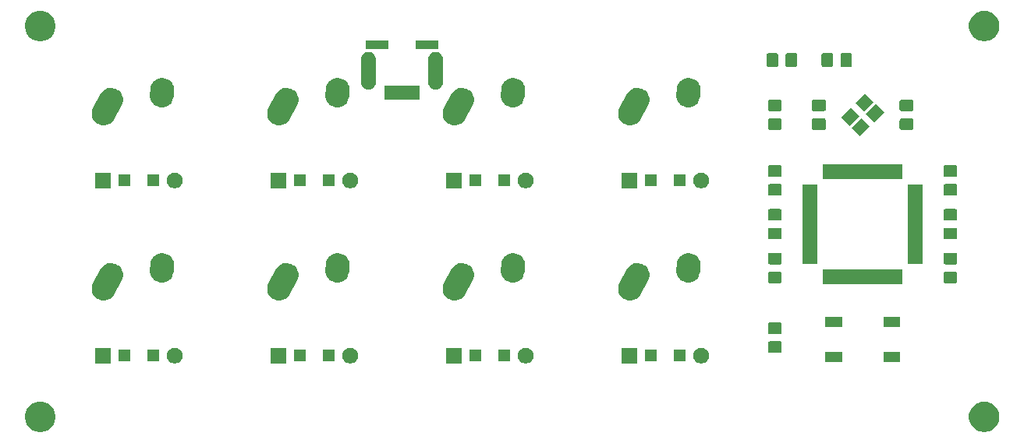
<source format=gbs>
G04 #@! TF.GenerationSoftware,KiCad,Pcbnew,(5.1.0-0)*
G04 #@! TF.CreationDate,2019-03-21T11:14:00-04:00*
G04 #@! TF.ProjectId,keeb2x4,6b656562-3278-4342-9e6b-696361645f70,rev?*
G04 #@! TF.SameCoordinates,Original*
G04 #@! TF.FileFunction,Soldermask,Bot*
G04 #@! TF.FilePolarity,Negative*
%FSLAX46Y46*%
G04 Gerber Fmt 4.6, Leading zero omitted, Abs format (unit mm)*
G04 Created by KiCad (PCBNEW (5.1.0-0)) date 2019-03-21 11:14:00*
%MOMM*%
%LPD*%
G04 APERTURE LIST*
%ADD10C,0.100000*%
G04 APERTURE END LIST*
D10*
G36*
X127875256Y-88391298D02*
G01*
X127981579Y-88412447D01*
X128282042Y-88536903D01*
X128552451Y-88717585D01*
X128782415Y-88947549D01*
X128963097Y-89217958D01*
X129087553Y-89518421D01*
X129151000Y-89837391D01*
X129151000Y-90162609D01*
X129087553Y-90481579D01*
X128963097Y-90782042D01*
X128782415Y-91052451D01*
X128552451Y-91282415D01*
X128282042Y-91463097D01*
X127981579Y-91587553D01*
X127875256Y-91608702D01*
X127662611Y-91651000D01*
X127337389Y-91651000D01*
X127124744Y-91608702D01*
X127018421Y-91587553D01*
X126717958Y-91463097D01*
X126447549Y-91282415D01*
X126217585Y-91052451D01*
X126036903Y-90782042D01*
X125912447Y-90481579D01*
X125849000Y-90162609D01*
X125849000Y-89837391D01*
X125912447Y-89518421D01*
X126036903Y-89217958D01*
X126217585Y-88947549D01*
X126447549Y-88717585D01*
X126717958Y-88536903D01*
X127018421Y-88412447D01*
X127124744Y-88391298D01*
X127337389Y-88349000D01*
X127662611Y-88349000D01*
X127875256Y-88391298D01*
X127875256Y-88391298D01*
G37*
G36*
X25375256Y-88391298D02*
G01*
X25481579Y-88412447D01*
X25782042Y-88536903D01*
X26052451Y-88717585D01*
X26282415Y-88947549D01*
X26463097Y-89217958D01*
X26587553Y-89518421D01*
X26651000Y-89837391D01*
X26651000Y-90162609D01*
X26587553Y-90481579D01*
X26463097Y-90782042D01*
X26282415Y-91052451D01*
X26052451Y-91282415D01*
X25782042Y-91463097D01*
X25481579Y-91587553D01*
X25375256Y-91608702D01*
X25162611Y-91651000D01*
X24837389Y-91651000D01*
X24624744Y-91608702D01*
X24518421Y-91587553D01*
X24217958Y-91463097D01*
X23947549Y-91282415D01*
X23717585Y-91052451D01*
X23536903Y-90782042D01*
X23412447Y-90481579D01*
X23349000Y-90162609D01*
X23349000Y-89837391D01*
X23412447Y-89518421D01*
X23536903Y-89217958D01*
X23717585Y-88947549D01*
X23947549Y-88717585D01*
X24217958Y-88536903D01*
X24518421Y-88412447D01*
X24624744Y-88391298D01*
X24837389Y-88349000D01*
X25162611Y-88349000D01*
X25375256Y-88391298D01*
X25375256Y-88391298D01*
G37*
G36*
X77966978Y-82525453D02*
G01*
X78121850Y-82589603D01*
X78261231Y-82682735D01*
X78379765Y-82801269D01*
X78472897Y-82940650D01*
X78537047Y-83095522D01*
X78569750Y-83259934D01*
X78569750Y-83427566D01*
X78537047Y-83591978D01*
X78472897Y-83746850D01*
X78379765Y-83886231D01*
X78261231Y-84004765D01*
X78121850Y-84097897D01*
X77966978Y-84162047D01*
X77802566Y-84194750D01*
X77634934Y-84194750D01*
X77470522Y-84162047D01*
X77315650Y-84097897D01*
X77176269Y-84004765D01*
X77057735Y-83886231D01*
X76964603Y-83746850D01*
X76900453Y-83591978D01*
X76867750Y-83427566D01*
X76867750Y-83259934D01*
X76900453Y-83095522D01*
X76964603Y-82940650D01*
X77057735Y-82801269D01*
X77176269Y-82682735D01*
X77315650Y-82589603D01*
X77470522Y-82525453D01*
X77634934Y-82492750D01*
X77802566Y-82492750D01*
X77966978Y-82525453D01*
X77966978Y-82525453D01*
G37*
G36*
X70769750Y-84194750D02*
G01*
X69067750Y-84194750D01*
X69067750Y-82492750D01*
X70769750Y-82492750D01*
X70769750Y-84194750D01*
X70769750Y-84194750D01*
G37*
G36*
X58916978Y-82525453D02*
G01*
X59071850Y-82589603D01*
X59211231Y-82682735D01*
X59329765Y-82801269D01*
X59422897Y-82940650D01*
X59487047Y-83095522D01*
X59519750Y-83259934D01*
X59519750Y-83427566D01*
X59487047Y-83591978D01*
X59422897Y-83746850D01*
X59329765Y-83886231D01*
X59211231Y-84004765D01*
X59071850Y-84097897D01*
X58916978Y-84162047D01*
X58752566Y-84194750D01*
X58584934Y-84194750D01*
X58420522Y-84162047D01*
X58265650Y-84097897D01*
X58126269Y-84004765D01*
X58007735Y-83886231D01*
X57914603Y-83746850D01*
X57850453Y-83591978D01*
X57817750Y-83427566D01*
X57817750Y-83259934D01*
X57850453Y-83095522D01*
X57914603Y-82940650D01*
X58007735Y-82801269D01*
X58126269Y-82682735D01*
X58265650Y-82589603D01*
X58420522Y-82525453D01*
X58584934Y-82492750D01*
X58752566Y-82492750D01*
X58916978Y-82525453D01*
X58916978Y-82525453D01*
G37*
G36*
X51719750Y-84194750D02*
G01*
X50017750Y-84194750D01*
X50017750Y-82492750D01*
X51719750Y-82492750D01*
X51719750Y-84194750D01*
X51719750Y-84194750D01*
G37*
G36*
X39866978Y-82525453D02*
G01*
X40021850Y-82589603D01*
X40161231Y-82682735D01*
X40279765Y-82801269D01*
X40372897Y-82940650D01*
X40437047Y-83095522D01*
X40469750Y-83259934D01*
X40469750Y-83427566D01*
X40437047Y-83591978D01*
X40372897Y-83746850D01*
X40279765Y-83886231D01*
X40161231Y-84004765D01*
X40021850Y-84097897D01*
X39866978Y-84162047D01*
X39702566Y-84194750D01*
X39534934Y-84194750D01*
X39370522Y-84162047D01*
X39215650Y-84097897D01*
X39076269Y-84004765D01*
X38957735Y-83886231D01*
X38864603Y-83746850D01*
X38800453Y-83591978D01*
X38767750Y-83427566D01*
X38767750Y-83259934D01*
X38800453Y-83095522D01*
X38864603Y-82940650D01*
X38957735Y-82801269D01*
X39076269Y-82682735D01*
X39215650Y-82589603D01*
X39370522Y-82525453D01*
X39534934Y-82492750D01*
X39702566Y-82492750D01*
X39866978Y-82525453D01*
X39866978Y-82525453D01*
G37*
G36*
X32669750Y-84194750D02*
G01*
X30967750Y-84194750D01*
X30967750Y-82492750D01*
X32669750Y-82492750D01*
X32669750Y-84194750D01*
X32669750Y-84194750D01*
G37*
G36*
X97016978Y-82525453D02*
G01*
X97171850Y-82589603D01*
X97311231Y-82682735D01*
X97429765Y-82801269D01*
X97522897Y-82940650D01*
X97587047Y-83095522D01*
X97619750Y-83259934D01*
X97619750Y-83427566D01*
X97587047Y-83591978D01*
X97522897Y-83746850D01*
X97429765Y-83886231D01*
X97311231Y-84004765D01*
X97171850Y-84097897D01*
X97016978Y-84162047D01*
X96852566Y-84194750D01*
X96684934Y-84194750D01*
X96520522Y-84162047D01*
X96365650Y-84097897D01*
X96226269Y-84004765D01*
X96107735Y-83886231D01*
X96014603Y-83746850D01*
X95950453Y-83591978D01*
X95917750Y-83427566D01*
X95917750Y-83259934D01*
X95950453Y-83095522D01*
X96014603Y-82940650D01*
X96107735Y-82801269D01*
X96226269Y-82682735D01*
X96365650Y-82589603D01*
X96520522Y-82525453D01*
X96684934Y-82492750D01*
X96852566Y-82492750D01*
X97016978Y-82525453D01*
X97016978Y-82525453D01*
G37*
G36*
X89819750Y-84194750D02*
G01*
X88117750Y-84194750D01*
X88117750Y-82492750D01*
X89819750Y-82492750D01*
X89819750Y-84194750D01*
X89819750Y-84194750D01*
G37*
G36*
X118351000Y-84008881D02*
G01*
X116549000Y-84008881D01*
X116549000Y-82906881D01*
X118351000Y-82906881D01*
X118351000Y-84008881D01*
X118351000Y-84008881D01*
G37*
G36*
X112051000Y-84008881D02*
G01*
X110249000Y-84008881D01*
X110249000Y-82906881D01*
X112051000Y-82906881D01*
X112051000Y-84008881D01*
X112051000Y-84008881D01*
G37*
G36*
X34794750Y-83994750D02*
G01*
X33492750Y-83994750D01*
X33492750Y-82692750D01*
X34794750Y-82692750D01*
X34794750Y-83994750D01*
X34794750Y-83994750D01*
G37*
G36*
X95094750Y-83994750D02*
G01*
X93792750Y-83994750D01*
X93792750Y-82692750D01*
X95094750Y-82692750D01*
X95094750Y-83994750D01*
X95094750Y-83994750D01*
G37*
G36*
X91944750Y-83994750D02*
G01*
X90642750Y-83994750D01*
X90642750Y-82692750D01*
X91944750Y-82692750D01*
X91944750Y-83994750D01*
X91944750Y-83994750D01*
G37*
G36*
X76044750Y-83994750D02*
G01*
X74742750Y-83994750D01*
X74742750Y-82692750D01*
X76044750Y-82692750D01*
X76044750Y-83994750D01*
X76044750Y-83994750D01*
G37*
G36*
X72894750Y-83994750D02*
G01*
X71592750Y-83994750D01*
X71592750Y-82692750D01*
X72894750Y-82692750D01*
X72894750Y-83994750D01*
X72894750Y-83994750D01*
G37*
G36*
X56994750Y-83994750D02*
G01*
X55692750Y-83994750D01*
X55692750Y-82692750D01*
X56994750Y-82692750D01*
X56994750Y-83994750D01*
X56994750Y-83994750D01*
G37*
G36*
X53844750Y-83994750D02*
G01*
X52542750Y-83994750D01*
X52542750Y-82692750D01*
X53844750Y-82692750D01*
X53844750Y-83994750D01*
X53844750Y-83994750D01*
G37*
G36*
X37944750Y-83994750D02*
G01*
X36642750Y-83994750D01*
X36642750Y-82692750D01*
X37944750Y-82692750D01*
X37944750Y-83994750D01*
X37944750Y-83994750D01*
G37*
G36*
X105363762Y-81795720D02*
G01*
X105401455Y-81807154D01*
X105436191Y-81825721D01*
X105466636Y-81850707D01*
X105491622Y-81881152D01*
X105510189Y-81915888D01*
X105521623Y-81953581D01*
X105526088Y-81998916D01*
X105526088Y-82835594D01*
X105521623Y-82880929D01*
X105510189Y-82918622D01*
X105491622Y-82953358D01*
X105466636Y-82983803D01*
X105436191Y-83008789D01*
X105401455Y-83027356D01*
X105363762Y-83038790D01*
X105318427Y-83043255D01*
X104231749Y-83043255D01*
X104186414Y-83038790D01*
X104148721Y-83027356D01*
X104113985Y-83008789D01*
X104083540Y-82983803D01*
X104058554Y-82953358D01*
X104039987Y-82918622D01*
X104028553Y-82880929D01*
X104024088Y-82835594D01*
X104024088Y-81998916D01*
X104028553Y-81953581D01*
X104039987Y-81915888D01*
X104058554Y-81881152D01*
X104083540Y-81850707D01*
X104113985Y-81825721D01*
X104148721Y-81807154D01*
X104186414Y-81795720D01*
X104231749Y-81791255D01*
X105318427Y-81791255D01*
X105363762Y-81795720D01*
X105363762Y-81795720D01*
G37*
G36*
X105363762Y-79745720D02*
G01*
X105401455Y-79757154D01*
X105436191Y-79775721D01*
X105466636Y-79800707D01*
X105491622Y-79831152D01*
X105510189Y-79865888D01*
X105521623Y-79903581D01*
X105526088Y-79948916D01*
X105526088Y-80785594D01*
X105521623Y-80830929D01*
X105510189Y-80868622D01*
X105491622Y-80903358D01*
X105466636Y-80933803D01*
X105436191Y-80958789D01*
X105401455Y-80977356D01*
X105363762Y-80988790D01*
X105318427Y-80993255D01*
X104231749Y-80993255D01*
X104186414Y-80988790D01*
X104148721Y-80977356D01*
X104113985Y-80958789D01*
X104083540Y-80933803D01*
X104058554Y-80903358D01*
X104039987Y-80868622D01*
X104028553Y-80830929D01*
X104024088Y-80785594D01*
X104024088Y-79948916D01*
X104028553Y-79903581D01*
X104039987Y-79865888D01*
X104058554Y-79831152D01*
X104083540Y-79800707D01*
X104113985Y-79775721D01*
X104148721Y-79757154D01*
X104186414Y-79745720D01*
X104231749Y-79741255D01*
X105318427Y-79741255D01*
X105363762Y-79745720D01*
X105363762Y-79745720D01*
G37*
G36*
X112051000Y-80208881D02*
G01*
X110249000Y-80208881D01*
X110249000Y-79106881D01*
X112051000Y-79106881D01*
X112051000Y-80208881D01*
X112051000Y-80208881D01*
G37*
G36*
X118351000Y-80208881D02*
G01*
X116549000Y-80208881D01*
X116549000Y-79106881D01*
X118351000Y-79106881D01*
X118351000Y-80208881D01*
X118351000Y-80208881D01*
G37*
G36*
X90018325Y-73282536D02*
G01*
X90268836Y-73336583D01*
X90374239Y-73382250D01*
X90503989Y-73438465D01*
X90615438Y-73515564D01*
X90714746Y-73584264D01*
X90714748Y-73584266D01*
X90893012Y-73768380D01*
X91031930Y-73983733D01*
X91126169Y-74222054D01*
X91147421Y-74338712D01*
X91172101Y-74474178D01*
X91167963Y-74730419D01*
X91113916Y-74980930D01*
X91037563Y-75157161D01*
X90164596Y-76728799D01*
X90055329Y-76886747D01*
X90055327Y-76886749D01*
X89871213Y-77065013D01*
X89686703Y-77184035D01*
X89655858Y-77203932D01*
X89633296Y-77212853D01*
X89417539Y-77298170D01*
X89238590Y-77330770D01*
X89165415Y-77344102D01*
X88909175Y-77339964D01*
X88658664Y-77285917D01*
X88525393Y-77228176D01*
X88423511Y-77184035D01*
X88312062Y-77106936D01*
X88212754Y-77038236D01*
X88212752Y-77038234D01*
X88034488Y-76854120D01*
X87895570Y-76638767D01*
X87801331Y-76400446D01*
X87768731Y-76221497D01*
X87755399Y-76148322D01*
X87759537Y-75892082D01*
X87813584Y-75641571D01*
X87889937Y-75465340D01*
X88762904Y-73893701D01*
X88872171Y-73735753D01*
X88872173Y-73735751D01*
X89056287Y-73557487D01*
X89271639Y-73418568D01*
X89509960Y-73324330D01*
X89688909Y-73291730D01*
X89762084Y-73278398D01*
X90018325Y-73282536D01*
X90018325Y-73282536D01*
G37*
G36*
X70968325Y-73282536D02*
G01*
X71218836Y-73336583D01*
X71324239Y-73382250D01*
X71453989Y-73438465D01*
X71565438Y-73515564D01*
X71664746Y-73584264D01*
X71664748Y-73584266D01*
X71843012Y-73768380D01*
X71981930Y-73983733D01*
X72076169Y-74222054D01*
X72097421Y-74338712D01*
X72122101Y-74474178D01*
X72117963Y-74730419D01*
X72063916Y-74980930D01*
X71987563Y-75157161D01*
X71114596Y-76728799D01*
X71005329Y-76886747D01*
X71005327Y-76886749D01*
X70821213Y-77065013D01*
X70636703Y-77184035D01*
X70605858Y-77203932D01*
X70583296Y-77212853D01*
X70367539Y-77298170D01*
X70188590Y-77330770D01*
X70115415Y-77344102D01*
X69859175Y-77339964D01*
X69608664Y-77285917D01*
X69475393Y-77228176D01*
X69373511Y-77184035D01*
X69262062Y-77106936D01*
X69162754Y-77038236D01*
X69162752Y-77038234D01*
X68984488Y-76854120D01*
X68845570Y-76638767D01*
X68751331Y-76400446D01*
X68718731Y-76221497D01*
X68705399Y-76148322D01*
X68709537Y-75892082D01*
X68763584Y-75641571D01*
X68839937Y-75465340D01*
X69712904Y-73893701D01*
X69822171Y-73735753D01*
X69822173Y-73735751D01*
X70006287Y-73557487D01*
X70221639Y-73418568D01*
X70459960Y-73324330D01*
X70638909Y-73291730D01*
X70712084Y-73278398D01*
X70968325Y-73282536D01*
X70968325Y-73282536D01*
G37*
G36*
X51918325Y-73282536D02*
G01*
X52168836Y-73336583D01*
X52274239Y-73382250D01*
X52403989Y-73438465D01*
X52515438Y-73515564D01*
X52614746Y-73584264D01*
X52614748Y-73584266D01*
X52793012Y-73768380D01*
X52931930Y-73983733D01*
X53026169Y-74222054D01*
X53047421Y-74338712D01*
X53072101Y-74474178D01*
X53067963Y-74730419D01*
X53013916Y-74980930D01*
X52937563Y-75157161D01*
X52064596Y-76728799D01*
X51955329Y-76886747D01*
X51955327Y-76886749D01*
X51771213Y-77065013D01*
X51586703Y-77184035D01*
X51555858Y-77203932D01*
X51533296Y-77212853D01*
X51317539Y-77298170D01*
X51138590Y-77330770D01*
X51065415Y-77344102D01*
X50809175Y-77339964D01*
X50558664Y-77285917D01*
X50425393Y-77228176D01*
X50323511Y-77184035D01*
X50212062Y-77106936D01*
X50112754Y-77038236D01*
X50112752Y-77038234D01*
X49934488Y-76854120D01*
X49795570Y-76638767D01*
X49701331Y-76400446D01*
X49668731Y-76221497D01*
X49655399Y-76148322D01*
X49659537Y-75892082D01*
X49713584Y-75641571D01*
X49789937Y-75465340D01*
X50662904Y-73893701D01*
X50772171Y-73735753D01*
X50772173Y-73735751D01*
X50956287Y-73557487D01*
X51171639Y-73418568D01*
X51409960Y-73324330D01*
X51588909Y-73291730D01*
X51662084Y-73278398D01*
X51918325Y-73282536D01*
X51918325Y-73282536D01*
G37*
G36*
X32868325Y-73282536D02*
G01*
X33118836Y-73336583D01*
X33224239Y-73382250D01*
X33353989Y-73438465D01*
X33465438Y-73515564D01*
X33564746Y-73584264D01*
X33564748Y-73584266D01*
X33743012Y-73768380D01*
X33881930Y-73983733D01*
X33976169Y-74222054D01*
X33997421Y-74338712D01*
X34022101Y-74474178D01*
X34017963Y-74730419D01*
X33963916Y-74980930D01*
X33887563Y-75157161D01*
X33014596Y-76728799D01*
X32905329Y-76886747D01*
X32905327Y-76886749D01*
X32721213Y-77065013D01*
X32536703Y-77184035D01*
X32505858Y-77203932D01*
X32483296Y-77212853D01*
X32267539Y-77298170D01*
X32088590Y-77330770D01*
X32015415Y-77344102D01*
X31759175Y-77339964D01*
X31508664Y-77285917D01*
X31375393Y-77228176D01*
X31273511Y-77184035D01*
X31162062Y-77106936D01*
X31062754Y-77038236D01*
X31062752Y-77038234D01*
X30884488Y-76854120D01*
X30745570Y-76638767D01*
X30651331Y-76400446D01*
X30618731Y-76221497D01*
X30605399Y-76148322D01*
X30609537Y-75892082D01*
X30663584Y-75641571D01*
X30739937Y-75465340D01*
X31612904Y-73893701D01*
X31722171Y-73735753D01*
X31722173Y-73735751D01*
X31906287Y-73557487D01*
X32121639Y-73418568D01*
X32359960Y-73324330D01*
X32538909Y-73291730D01*
X32612084Y-73278398D01*
X32868325Y-73282536D01*
X32868325Y-73282536D01*
G37*
G36*
X118626000Y-75557250D02*
G01*
X109974000Y-75557250D01*
X109974000Y-73955250D01*
X118626000Y-73955250D01*
X118626000Y-75557250D01*
X118626000Y-75557250D01*
G37*
G36*
X124413674Y-74222215D02*
G01*
X124451367Y-74233649D01*
X124486103Y-74252216D01*
X124516548Y-74277202D01*
X124541534Y-74307647D01*
X124560101Y-74342383D01*
X124571535Y-74380076D01*
X124576000Y-74425411D01*
X124576000Y-75262089D01*
X124571535Y-75307424D01*
X124560101Y-75345117D01*
X124541534Y-75379853D01*
X124516548Y-75410298D01*
X124486103Y-75435284D01*
X124451367Y-75453851D01*
X124413674Y-75465285D01*
X124368339Y-75469750D01*
X123281661Y-75469750D01*
X123236326Y-75465285D01*
X123198633Y-75453851D01*
X123163897Y-75435284D01*
X123133452Y-75410298D01*
X123108466Y-75379853D01*
X123089899Y-75345117D01*
X123078465Y-75307424D01*
X123074000Y-75262089D01*
X123074000Y-74425411D01*
X123078465Y-74380076D01*
X123089899Y-74342383D01*
X123108466Y-74307647D01*
X123133452Y-74277202D01*
X123163897Y-74252216D01*
X123198633Y-74233649D01*
X123236326Y-74222215D01*
X123281661Y-74217750D01*
X124368339Y-74217750D01*
X124413674Y-74222215D01*
X124413674Y-74222215D01*
G37*
G36*
X105363674Y-74222215D02*
G01*
X105401367Y-74233649D01*
X105436103Y-74252216D01*
X105466548Y-74277202D01*
X105491534Y-74307647D01*
X105510101Y-74342383D01*
X105521535Y-74380076D01*
X105526000Y-74425411D01*
X105526000Y-75262089D01*
X105521535Y-75307424D01*
X105510101Y-75345117D01*
X105491534Y-75379853D01*
X105466548Y-75410298D01*
X105436103Y-75435284D01*
X105401367Y-75453851D01*
X105363674Y-75465285D01*
X105318339Y-75469750D01*
X104231661Y-75469750D01*
X104186326Y-75465285D01*
X104148633Y-75453851D01*
X104113897Y-75435284D01*
X104083452Y-75410298D01*
X104058466Y-75379853D01*
X104039899Y-75345117D01*
X104028465Y-75307424D01*
X104024000Y-75262089D01*
X104024000Y-74425411D01*
X104028465Y-74380076D01*
X104039899Y-74342383D01*
X104058466Y-74307647D01*
X104083452Y-74277202D01*
X104113897Y-74252216D01*
X104148633Y-74233649D01*
X104186326Y-74222215D01*
X104231661Y-74217750D01*
X105318339Y-74217750D01*
X105363674Y-74222215D01*
X105363674Y-74222215D01*
G37*
G36*
X57650129Y-72240063D02*
G01*
X57889741Y-72330963D01*
X57979052Y-72386825D01*
X58107015Y-72466863D01*
X58293602Y-72642538D01*
X58356108Y-72730250D01*
X58442330Y-72851240D01*
X58547485Y-73084947D01*
X58547486Y-73084951D01*
X58605026Y-73334678D01*
X58610808Y-73526644D01*
X58596552Y-73735751D01*
X58562666Y-74232821D01*
X58530885Y-74422233D01*
X58439985Y-74661845D01*
X58396567Y-74731260D01*
X58304085Y-74879119D01*
X58128410Y-75065706D01*
X57972148Y-75177063D01*
X57919708Y-75214434D01*
X57686001Y-75319589D01*
X57685997Y-75319590D01*
X57436271Y-75377130D01*
X57180116Y-75384844D01*
X57180112Y-75384844D01*
X56927371Y-75342437D01*
X56687759Y-75251537D01*
X56470485Y-75115637D01*
X56417453Y-75065706D01*
X56283898Y-74939962D01*
X56172541Y-74783700D01*
X56135170Y-74731260D01*
X56030015Y-74497553D01*
X56024629Y-74474177D01*
X55972474Y-74247822D01*
X55966692Y-74055858D01*
X56014834Y-73349678D01*
X56026794Y-73278398D01*
X56046615Y-73160267D01*
X56137515Y-72920655D01*
X56273415Y-72703381D01*
X56330700Y-72642538D01*
X56449090Y-72516794D01*
X56631469Y-72386825D01*
X56657792Y-72368066D01*
X56891499Y-72262911D01*
X56914345Y-72257647D01*
X57141229Y-72205370D01*
X57397384Y-72197656D01*
X57397388Y-72197656D01*
X57650129Y-72240063D01*
X57650129Y-72240063D01*
G37*
G36*
X76700129Y-72240063D02*
G01*
X76939741Y-72330963D01*
X77029052Y-72386825D01*
X77157015Y-72466863D01*
X77343602Y-72642538D01*
X77406108Y-72730250D01*
X77492330Y-72851240D01*
X77597485Y-73084947D01*
X77597486Y-73084951D01*
X77655026Y-73334678D01*
X77660808Y-73526644D01*
X77646552Y-73735751D01*
X77612666Y-74232821D01*
X77580885Y-74422233D01*
X77489985Y-74661845D01*
X77446567Y-74731260D01*
X77354085Y-74879119D01*
X77178410Y-75065706D01*
X77022148Y-75177063D01*
X76969708Y-75214434D01*
X76736001Y-75319589D01*
X76735997Y-75319590D01*
X76486271Y-75377130D01*
X76230116Y-75384844D01*
X76230112Y-75384844D01*
X75977371Y-75342437D01*
X75737759Y-75251537D01*
X75520485Y-75115637D01*
X75467453Y-75065706D01*
X75333898Y-74939962D01*
X75222541Y-74783700D01*
X75185170Y-74731260D01*
X75080015Y-74497553D01*
X75074629Y-74474177D01*
X75022474Y-74247822D01*
X75016692Y-74055858D01*
X75064834Y-73349678D01*
X75076794Y-73278398D01*
X75096615Y-73160267D01*
X75187515Y-72920655D01*
X75323415Y-72703381D01*
X75380700Y-72642538D01*
X75499090Y-72516794D01*
X75681469Y-72386825D01*
X75707792Y-72368066D01*
X75941499Y-72262911D01*
X75964345Y-72257647D01*
X76191229Y-72205370D01*
X76447384Y-72197656D01*
X76447388Y-72197656D01*
X76700129Y-72240063D01*
X76700129Y-72240063D01*
G37*
G36*
X95750129Y-72240063D02*
G01*
X95989741Y-72330963D01*
X96079052Y-72386825D01*
X96207015Y-72466863D01*
X96393602Y-72642538D01*
X96456108Y-72730250D01*
X96542330Y-72851240D01*
X96647485Y-73084947D01*
X96647486Y-73084951D01*
X96705026Y-73334678D01*
X96710808Y-73526644D01*
X96696552Y-73735751D01*
X96662666Y-74232821D01*
X96630885Y-74422233D01*
X96539985Y-74661845D01*
X96496567Y-74731260D01*
X96404085Y-74879119D01*
X96228410Y-75065706D01*
X96072148Y-75177063D01*
X96019708Y-75214434D01*
X95786001Y-75319589D01*
X95785997Y-75319590D01*
X95536271Y-75377130D01*
X95280116Y-75384844D01*
X95280112Y-75384844D01*
X95027371Y-75342437D01*
X94787759Y-75251537D01*
X94570485Y-75115637D01*
X94517453Y-75065706D01*
X94383898Y-74939962D01*
X94272541Y-74783700D01*
X94235170Y-74731260D01*
X94130015Y-74497553D01*
X94124629Y-74474177D01*
X94072474Y-74247822D01*
X94066692Y-74055858D01*
X94114834Y-73349678D01*
X94126794Y-73278398D01*
X94146615Y-73160267D01*
X94237515Y-72920655D01*
X94373415Y-72703381D01*
X94430700Y-72642538D01*
X94549090Y-72516794D01*
X94731469Y-72386825D01*
X94757792Y-72368066D01*
X94991499Y-72262911D01*
X95014345Y-72257647D01*
X95241229Y-72205370D01*
X95497384Y-72197656D01*
X95497388Y-72197656D01*
X95750129Y-72240063D01*
X95750129Y-72240063D01*
G37*
G36*
X38600129Y-72240063D02*
G01*
X38839741Y-72330963D01*
X38929052Y-72386825D01*
X39057015Y-72466863D01*
X39243602Y-72642538D01*
X39306108Y-72730250D01*
X39392330Y-72851240D01*
X39497485Y-73084947D01*
X39497486Y-73084951D01*
X39555026Y-73334678D01*
X39560808Y-73526644D01*
X39546552Y-73735751D01*
X39512666Y-74232821D01*
X39480885Y-74422233D01*
X39389985Y-74661845D01*
X39346567Y-74731260D01*
X39254085Y-74879119D01*
X39078410Y-75065706D01*
X38922148Y-75177063D01*
X38869708Y-75214434D01*
X38636001Y-75319589D01*
X38635997Y-75319590D01*
X38386271Y-75377130D01*
X38130116Y-75384844D01*
X38130112Y-75384844D01*
X37877371Y-75342437D01*
X37637759Y-75251537D01*
X37420485Y-75115637D01*
X37367453Y-75065706D01*
X37233898Y-74939962D01*
X37122541Y-74783700D01*
X37085170Y-74731260D01*
X36980015Y-74497553D01*
X36974629Y-74474177D01*
X36922474Y-74247822D01*
X36916692Y-74055858D01*
X36964834Y-73349678D01*
X36976794Y-73278398D01*
X36996615Y-73160267D01*
X37087515Y-72920655D01*
X37223415Y-72703381D01*
X37280700Y-72642538D01*
X37399090Y-72516794D01*
X37581469Y-72386825D01*
X37607792Y-72368066D01*
X37841499Y-72262911D01*
X37864345Y-72257647D01*
X38091229Y-72205370D01*
X38347384Y-72197656D01*
X38347388Y-72197656D01*
X38600129Y-72240063D01*
X38600129Y-72240063D01*
G37*
G36*
X105363674Y-72172215D02*
G01*
X105401367Y-72183649D01*
X105436103Y-72202216D01*
X105466548Y-72227202D01*
X105491534Y-72257647D01*
X105510101Y-72292383D01*
X105521535Y-72330076D01*
X105526000Y-72375411D01*
X105526000Y-73212089D01*
X105521535Y-73257424D01*
X105510101Y-73295117D01*
X105491534Y-73329853D01*
X105466548Y-73360298D01*
X105436103Y-73385284D01*
X105401367Y-73403851D01*
X105363674Y-73415285D01*
X105318339Y-73419750D01*
X104231661Y-73419750D01*
X104186326Y-73415285D01*
X104148633Y-73403851D01*
X104113897Y-73385284D01*
X104083452Y-73360298D01*
X104058466Y-73329853D01*
X104039899Y-73295117D01*
X104028465Y-73257424D01*
X104024000Y-73212089D01*
X104024000Y-72375411D01*
X104028465Y-72330076D01*
X104039899Y-72292383D01*
X104058466Y-72257647D01*
X104083452Y-72227202D01*
X104113897Y-72202216D01*
X104148633Y-72183649D01*
X104186326Y-72172215D01*
X104231661Y-72167750D01*
X105318339Y-72167750D01*
X105363674Y-72172215D01*
X105363674Y-72172215D01*
G37*
G36*
X124413674Y-72172215D02*
G01*
X124451367Y-72183649D01*
X124486103Y-72202216D01*
X124516548Y-72227202D01*
X124541534Y-72257647D01*
X124560101Y-72292383D01*
X124571535Y-72330076D01*
X124576000Y-72375411D01*
X124576000Y-73212089D01*
X124571535Y-73257424D01*
X124560101Y-73295117D01*
X124541534Y-73329853D01*
X124516548Y-73360298D01*
X124486103Y-73385284D01*
X124451367Y-73403851D01*
X124413674Y-73415285D01*
X124368339Y-73419750D01*
X123281661Y-73419750D01*
X123236326Y-73415285D01*
X123198633Y-73403851D01*
X123163897Y-73385284D01*
X123133452Y-73360298D01*
X123108466Y-73329853D01*
X123089899Y-73295117D01*
X123078465Y-73257424D01*
X123074000Y-73212089D01*
X123074000Y-72375411D01*
X123078465Y-72330076D01*
X123089899Y-72292383D01*
X123108466Y-72257647D01*
X123133452Y-72227202D01*
X123163897Y-72202216D01*
X123198633Y-72183649D01*
X123236326Y-72172215D01*
X123281661Y-72167750D01*
X124368339Y-72167750D01*
X124413674Y-72172215D01*
X124413674Y-72172215D01*
G37*
G36*
X120801000Y-73382250D02*
G01*
X119199000Y-73382250D01*
X119199000Y-64730250D01*
X120801000Y-64730250D01*
X120801000Y-73382250D01*
X120801000Y-73382250D01*
G37*
G36*
X109401000Y-73382250D02*
G01*
X107799000Y-73382250D01*
X107799000Y-64730250D01*
X109401000Y-64730250D01*
X109401000Y-73382250D01*
X109401000Y-73382250D01*
G37*
G36*
X124413778Y-69459773D02*
G01*
X124451471Y-69471207D01*
X124486207Y-69489774D01*
X124516652Y-69514760D01*
X124541638Y-69545205D01*
X124560205Y-69579941D01*
X124571639Y-69617634D01*
X124576104Y-69662969D01*
X124576104Y-70499647D01*
X124571639Y-70544982D01*
X124560205Y-70582675D01*
X124541638Y-70617411D01*
X124516652Y-70647856D01*
X124486207Y-70672842D01*
X124451471Y-70691409D01*
X124413778Y-70702843D01*
X124368443Y-70707308D01*
X123281765Y-70707308D01*
X123236430Y-70702843D01*
X123198737Y-70691409D01*
X123164001Y-70672842D01*
X123133556Y-70647856D01*
X123108570Y-70617411D01*
X123090003Y-70582675D01*
X123078569Y-70544982D01*
X123074104Y-70499647D01*
X123074104Y-69662969D01*
X123078569Y-69617634D01*
X123090003Y-69579941D01*
X123108570Y-69545205D01*
X123133556Y-69514760D01*
X123164001Y-69489774D01*
X123198737Y-69471207D01*
X123236430Y-69459773D01*
X123281765Y-69455308D01*
X124368443Y-69455308D01*
X124413778Y-69459773D01*
X124413778Y-69459773D01*
G37*
G36*
X105363674Y-69459715D02*
G01*
X105401367Y-69471149D01*
X105436103Y-69489716D01*
X105466548Y-69514702D01*
X105491534Y-69545147D01*
X105510101Y-69579883D01*
X105521535Y-69617576D01*
X105526000Y-69662911D01*
X105526000Y-70499589D01*
X105521535Y-70544924D01*
X105510101Y-70582617D01*
X105491534Y-70617353D01*
X105466548Y-70647798D01*
X105436103Y-70672784D01*
X105401367Y-70691351D01*
X105363674Y-70702785D01*
X105318339Y-70707250D01*
X104231661Y-70707250D01*
X104186326Y-70702785D01*
X104148633Y-70691351D01*
X104113897Y-70672784D01*
X104083452Y-70647798D01*
X104058466Y-70617353D01*
X104039899Y-70582617D01*
X104028465Y-70544924D01*
X104024000Y-70499589D01*
X104024000Y-69662911D01*
X104028465Y-69617576D01*
X104039899Y-69579883D01*
X104058466Y-69545147D01*
X104083452Y-69514702D01*
X104113897Y-69489716D01*
X104148633Y-69471149D01*
X104186326Y-69459715D01*
X104231661Y-69455250D01*
X105318339Y-69455250D01*
X105363674Y-69459715D01*
X105363674Y-69459715D01*
G37*
G36*
X124413778Y-67409773D02*
G01*
X124451471Y-67421207D01*
X124486207Y-67439774D01*
X124516652Y-67464760D01*
X124541638Y-67495205D01*
X124560205Y-67529941D01*
X124571639Y-67567634D01*
X124576104Y-67612969D01*
X124576104Y-68449647D01*
X124571639Y-68494982D01*
X124560205Y-68532675D01*
X124541638Y-68567411D01*
X124516652Y-68597856D01*
X124486207Y-68622842D01*
X124451471Y-68641409D01*
X124413778Y-68652843D01*
X124368443Y-68657308D01*
X123281765Y-68657308D01*
X123236430Y-68652843D01*
X123198737Y-68641409D01*
X123164001Y-68622842D01*
X123133556Y-68597856D01*
X123108570Y-68567411D01*
X123090003Y-68532675D01*
X123078569Y-68494982D01*
X123074104Y-68449647D01*
X123074104Y-67612969D01*
X123078569Y-67567634D01*
X123090003Y-67529941D01*
X123108570Y-67495205D01*
X123133556Y-67464760D01*
X123164001Y-67439774D01*
X123198737Y-67421207D01*
X123236430Y-67409773D01*
X123281765Y-67405308D01*
X124368443Y-67405308D01*
X124413778Y-67409773D01*
X124413778Y-67409773D01*
G37*
G36*
X105363674Y-67409715D02*
G01*
X105401367Y-67421149D01*
X105436103Y-67439716D01*
X105466548Y-67464702D01*
X105491534Y-67495147D01*
X105510101Y-67529883D01*
X105521535Y-67567576D01*
X105526000Y-67612911D01*
X105526000Y-68449589D01*
X105521535Y-68494924D01*
X105510101Y-68532617D01*
X105491534Y-68567353D01*
X105466548Y-68597798D01*
X105436103Y-68622784D01*
X105401367Y-68641351D01*
X105363674Y-68652785D01*
X105318339Y-68657250D01*
X104231661Y-68657250D01*
X104186326Y-68652785D01*
X104148633Y-68641351D01*
X104113897Y-68622784D01*
X104083452Y-68597798D01*
X104058466Y-68567353D01*
X104039899Y-68532617D01*
X104028465Y-68494924D01*
X104024000Y-68449589D01*
X104024000Y-67612911D01*
X104028465Y-67567576D01*
X104039899Y-67529883D01*
X104058466Y-67495147D01*
X104083452Y-67464702D01*
X104113897Y-67439716D01*
X104148633Y-67421149D01*
X104186326Y-67409715D01*
X104231661Y-67405250D01*
X105318339Y-67405250D01*
X105363674Y-67409715D01*
X105363674Y-67409715D01*
G37*
G36*
X124413674Y-64697215D02*
G01*
X124451367Y-64708649D01*
X124486103Y-64727216D01*
X124516548Y-64752202D01*
X124541534Y-64782647D01*
X124560101Y-64817383D01*
X124571535Y-64855076D01*
X124576000Y-64900411D01*
X124576000Y-65737089D01*
X124571535Y-65782424D01*
X124560101Y-65820117D01*
X124541534Y-65854853D01*
X124516548Y-65885298D01*
X124486103Y-65910284D01*
X124451367Y-65928851D01*
X124413674Y-65940285D01*
X124368339Y-65944750D01*
X123281661Y-65944750D01*
X123236326Y-65940285D01*
X123198633Y-65928851D01*
X123163897Y-65910284D01*
X123133452Y-65885298D01*
X123108466Y-65854853D01*
X123089899Y-65820117D01*
X123078465Y-65782424D01*
X123074000Y-65737089D01*
X123074000Y-64900411D01*
X123078465Y-64855076D01*
X123089899Y-64817383D01*
X123108466Y-64782647D01*
X123133452Y-64752202D01*
X123163897Y-64727216D01*
X123198633Y-64708649D01*
X123236326Y-64697215D01*
X123281661Y-64692750D01*
X124368339Y-64692750D01*
X124413674Y-64697215D01*
X124413674Y-64697215D01*
G37*
G36*
X105363674Y-64697215D02*
G01*
X105401367Y-64708649D01*
X105436103Y-64727216D01*
X105466548Y-64752202D01*
X105491534Y-64782647D01*
X105510101Y-64817383D01*
X105521535Y-64855076D01*
X105526000Y-64900411D01*
X105526000Y-65737089D01*
X105521535Y-65782424D01*
X105510101Y-65820117D01*
X105491534Y-65854853D01*
X105466548Y-65885298D01*
X105436103Y-65910284D01*
X105401367Y-65928851D01*
X105363674Y-65940285D01*
X105318339Y-65944750D01*
X104231661Y-65944750D01*
X104186326Y-65940285D01*
X104148633Y-65928851D01*
X104113897Y-65910284D01*
X104083452Y-65885298D01*
X104058466Y-65854853D01*
X104039899Y-65820117D01*
X104028465Y-65782424D01*
X104024000Y-65737089D01*
X104024000Y-64900411D01*
X104028465Y-64855076D01*
X104039899Y-64817383D01*
X104058466Y-64782647D01*
X104083452Y-64752202D01*
X104113897Y-64727216D01*
X104148633Y-64708649D01*
X104186326Y-64697215D01*
X104231661Y-64692750D01*
X105318339Y-64692750D01*
X105363674Y-64697215D01*
X105363674Y-64697215D01*
G37*
G36*
X39866978Y-63475453D02*
G01*
X40021850Y-63539603D01*
X40161231Y-63632735D01*
X40279765Y-63751269D01*
X40372897Y-63890650D01*
X40437047Y-64045522D01*
X40469750Y-64209934D01*
X40469750Y-64377566D01*
X40437047Y-64541978D01*
X40372897Y-64696850D01*
X40279765Y-64836231D01*
X40161231Y-64954765D01*
X40021850Y-65047897D01*
X39866978Y-65112047D01*
X39702566Y-65144750D01*
X39534934Y-65144750D01*
X39370522Y-65112047D01*
X39215650Y-65047897D01*
X39076269Y-64954765D01*
X38957735Y-64836231D01*
X38864603Y-64696850D01*
X38800453Y-64541978D01*
X38767750Y-64377566D01*
X38767750Y-64209934D01*
X38800453Y-64045522D01*
X38864603Y-63890650D01*
X38957735Y-63751269D01*
X39076269Y-63632735D01*
X39215650Y-63539603D01*
X39370522Y-63475453D01*
X39534934Y-63442750D01*
X39702566Y-63442750D01*
X39866978Y-63475453D01*
X39866978Y-63475453D01*
G37*
G36*
X32669750Y-65144750D02*
G01*
X30967750Y-65144750D01*
X30967750Y-63442750D01*
X32669750Y-63442750D01*
X32669750Y-65144750D01*
X32669750Y-65144750D01*
G37*
G36*
X51719750Y-65144750D02*
G01*
X50017750Y-65144750D01*
X50017750Y-63442750D01*
X51719750Y-63442750D01*
X51719750Y-65144750D01*
X51719750Y-65144750D01*
G37*
G36*
X58916978Y-63475453D02*
G01*
X59071850Y-63539603D01*
X59211231Y-63632735D01*
X59329765Y-63751269D01*
X59422897Y-63890650D01*
X59487047Y-64045522D01*
X59519750Y-64209934D01*
X59519750Y-64377566D01*
X59487047Y-64541978D01*
X59422897Y-64696850D01*
X59329765Y-64836231D01*
X59211231Y-64954765D01*
X59071850Y-65047897D01*
X58916978Y-65112047D01*
X58752566Y-65144750D01*
X58584934Y-65144750D01*
X58420522Y-65112047D01*
X58265650Y-65047897D01*
X58126269Y-64954765D01*
X58007735Y-64836231D01*
X57914603Y-64696850D01*
X57850453Y-64541978D01*
X57817750Y-64377566D01*
X57817750Y-64209934D01*
X57850453Y-64045522D01*
X57914603Y-63890650D01*
X58007735Y-63751269D01*
X58126269Y-63632735D01*
X58265650Y-63539603D01*
X58420522Y-63475453D01*
X58584934Y-63442750D01*
X58752566Y-63442750D01*
X58916978Y-63475453D01*
X58916978Y-63475453D01*
G37*
G36*
X70769750Y-65144750D02*
G01*
X69067750Y-65144750D01*
X69067750Y-63442750D01*
X70769750Y-63442750D01*
X70769750Y-65144750D01*
X70769750Y-65144750D01*
G37*
G36*
X89819750Y-65144750D02*
G01*
X88117750Y-65144750D01*
X88117750Y-63442750D01*
X89819750Y-63442750D01*
X89819750Y-65144750D01*
X89819750Y-65144750D01*
G37*
G36*
X77966978Y-63475453D02*
G01*
X78121850Y-63539603D01*
X78261231Y-63632735D01*
X78379765Y-63751269D01*
X78472897Y-63890650D01*
X78537047Y-64045522D01*
X78569750Y-64209934D01*
X78569750Y-64377566D01*
X78537047Y-64541978D01*
X78472897Y-64696850D01*
X78379765Y-64836231D01*
X78261231Y-64954765D01*
X78121850Y-65047897D01*
X77966978Y-65112047D01*
X77802566Y-65144750D01*
X77634934Y-65144750D01*
X77470522Y-65112047D01*
X77315650Y-65047897D01*
X77176269Y-64954765D01*
X77057735Y-64836231D01*
X76964603Y-64696850D01*
X76900453Y-64541978D01*
X76867750Y-64377566D01*
X76867750Y-64209934D01*
X76900453Y-64045522D01*
X76964603Y-63890650D01*
X77057735Y-63751269D01*
X77176269Y-63632735D01*
X77315650Y-63539603D01*
X77470522Y-63475453D01*
X77634934Y-63442750D01*
X77802566Y-63442750D01*
X77966978Y-63475453D01*
X77966978Y-63475453D01*
G37*
G36*
X97016978Y-63475453D02*
G01*
X97171850Y-63539603D01*
X97311231Y-63632735D01*
X97429765Y-63751269D01*
X97522897Y-63890650D01*
X97587047Y-64045522D01*
X97619750Y-64209934D01*
X97619750Y-64377566D01*
X97587047Y-64541978D01*
X97522897Y-64696850D01*
X97429765Y-64836231D01*
X97311231Y-64954765D01*
X97171850Y-65047897D01*
X97016978Y-65112047D01*
X96852566Y-65144750D01*
X96684934Y-65144750D01*
X96520522Y-65112047D01*
X96365650Y-65047897D01*
X96226269Y-64954765D01*
X96107735Y-64836231D01*
X96014603Y-64696850D01*
X95950453Y-64541978D01*
X95917750Y-64377566D01*
X95917750Y-64209934D01*
X95950453Y-64045522D01*
X96014603Y-63890650D01*
X96107735Y-63751269D01*
X96226269Y-63632735D01*
X96365650Y-63539603D01*
X96520522Y-63475453D01*
X96684934Y-63442750D01*
X96852566Y-63442750D01*
X97016978Y-63475453D01*
X97016978Y-63475453D01*
G37*
G36*
X76044750Y-64944750D02*
G01*
X74742750Y-64944750D01*
X74742750Y-63642750D01*
X76044750Y-63642750D01*
X76044750Y-64944750D01*
X76044750Y-64944750D01*
G37*
G36*
X72894750Y-64944750D02*
G01*
X71592750Y-64944750D01*
X71592750Y-63642750D01*
X72894750Y-63642750D01*
X72894750Y-64944750D01*
X72894750Y-64944750D01*
G37*
G36*
X56994750Y-64944750D02*
G01*
X55692750Y-64944750D01*
X55692750Y-63642750D01*
X56994750Y-63642750D01*
X56994750Y-64944750D01*
X56994750Y-64944750D01*
G37*
G36*
X91944750Y-64944750D02*
G01*
X90642750Y-64944750D01*
X90642750Y-63642750D01*
X91944750Y-63642750D01*
X91944750Y-64944750D01*
X91944750Y-64944750D01*
G37*
G36*
X95094750Y-64944750D02*
G01*
X93792750Y-64944750D01*
X93792750Y-63642750D01*
X95094750Y-63642750D01*
X95094750Y-64944750D01*
X95094750Y-64944750D01*
G37*
G36*
X53844750Y-64944750D02*
G01*
X52542750Y-64944750D01*
X52542750Y-63642750D01*
X53844750Y-63642750D01*
X53844750Y-64944750D01*
X53844750Y-64944750D01*
G37*
G36*
X37944750Y-64944750D02*
G01*
X36642750Y-64944750D01*
X36642750Y-63642750D01*
X37944750Y-63642750D01*
X37944750Y-64944750D01*
X37944750Y-64944750D01*
G37*
G36*
X34794750Y-64944750D02*
G01*
X33492750Y-64944750D01*
X33492750Y-63642750D01*
X34794750Y-63642750D01*
X34794750Y-64944750D01*
X34794750Y-64944750D01*
G37*
G36*
X118626000Y-64157250D02*
G01*
X109974000Y-64157250D01*
X109974000Y-62555250D01*
X118626000Y-62555250D01*
X118626000Y-64157250D01*
X118626000Y-64157250D01*
G37*
G36*
X105363674Y-62647215D02*
G01*
X105401367Y-62658649D01*
X105436103Y-62677216D01*
X105466548Y-62702202D01*
X105491534Y-62732647D01*
X105510101Y-62767383D01*
X105521535Y-62805076D01*
X105526000Y-62850411D01*
X105526000Y-63687089D01*
X105521535Y-63732424D01*
X105510101Y-63770117D01*
X105491534Y-63804853D01*
X105466548Y-63835298D01*
X105436103Y-63860284D01*
X105401367Y-63878851D01*
X105363674Y-63890285D01*
X105318339Y-63894750D01*
X104231661Y-63894750D01*
X104186326Y-63890285D01*
X104148633Y-63878851D01*
X104113897Y-63860284D01*
X104083452Y-63835298D01*
X104058466Y-63804853D01*
X104039899Y-63770117D01*
X104028465Y-63732424D01*
X104024000Y-63687089D01*
X104024000Y-62850411D01*
X104028465Y-62805076D01*
X104039899Y-62767383D01*
X104058466Y-62732647D01*
X104083452Y-62702202D01*
X104113897Y-62677216D01*
X104148633Y-62658649D01*
X104186326Y-62647215D01*
X104231661Y-62642750D01*
X105318339Y-62642750D01*
X105363674Y-62647215D01*
X105363674Y-62647215D01*
G37*
G36*
X124413674Y-62647215D02*
G01*
X124451367Y-62658649D01*
X124486103Y-62677216D01*
X124516548Y-62702202D01*
X124541534Y-62732647D01*
X124560101Y-62767383D01*
X124571535Y-62805076D01*
X124576000Y-62850411D01*
X124576000Y-63687089D01*
X124571535Y-63732424D01*
X124560101Y-63770117D01*
X124541534Y-63804853D01*
X124516548Y-63835298D01*
X124486103Y-63860284D01*
X124451367Y-63878851D01*
X124413674Y-63890285D01*
X124368339Y-63894750D01*
X123281661Y-63894750D01*
X123236326Y-63890285D01*
X123198633Y-63878851D01*
X123163897Y-63860284D01*
X123133452Y-63835298D01*
X123108466Y-63804853D01*
X123089899Y-63770117D01*
X123078465Y-63732424D01*
X123074000Y-63687089D01*
X123074000Y-62850411D01*
X123078465Y-62805076D01*
X123089899Y-62767383D01*
X123108466Y-62732647D01*
X123133452Y-62702202D01*
X123163897Y-62677216D01*
X123198633Y-62658649D01*
X123236326Y-62647215D01*
X123281661Y-62642750D01*
X124368339Y-62642750D01*
X124413674Y-62647215D01*
X124413674Y-62647215D01*
G37*
G36*
X115079232Y-58422792D02*
G01*
X114017157Y-59484867D01*
X113096504Y-58564214D01*
X114158579Y-57502139D01*
X115079232Y-58422792D01*
X115079232Y-58422792D01*
G37*
G36*
X110126174Y-57553465D02*
G01*
X110163867Y-57564899D01*
X110198603Y-57583466D01*
X110229048Y-57608452D01*
X110254034Y-57638897D01*
X110272601Y-57673633D01*
X110284035Y-57711326D01*
X110288500Y-57756661D01*
X110288500Y-58593339D01*
X110284035Y-58638674D01*
X110272601Y-58676367D01*
X110254034Y-58711103D01*
X110229048Y-58741548D01*
X110198603Y-58766534D01*
X110163867Y-58785101D01*
X110126174Y-58796535D01*
X110080839Y-58801000D01*
X108994161Y-58801000D01*
X108948826Y-58796535D01*
X108911133Y-58785101D01*
X108876397Y-58766534D01*
X108845952Y-58741548D01*
X108820966Y-58711103D01*
X108802399Y-58676367D01*
X108790965Y-58638674D01*
X108786500Y-58593339D01*
X108786500Y-57756661D01*
X108790965Y-57711326D01*
X108802399Y-57673633D01*
X108820966Y-57638897D01*
X108845952Y-57608452D01*
X108876397Y-57583466D01*
X108911133Y-57564899D01*
X108948826Y-57553465D01*
X108994161Y-57549000D01*
X110080839Y-57549000D01*
X110126174Y-57553465D01*
X110126174Y-57553465D01*
G37*
G36*
X119651174Y-57553465D02*
G01*
X119688867Y-57564899D01*
X119723603Y-57583466D01*
X119754048Y-57608452D01*
X119779034Y-57638897D01*
X119797601Y-57673633D01*
X119809035Y-57711326D01*
X119813500Y-57756661D01*
X119813500Y-58593339D01*
X119809035Y-58638674D01*
X119797601Y-58676367D01*
X119779034Y-58711103D01*
X119754048Y-58741548D01*
X119723603Y-58766534D01*
X119688867Y-58785101D01*
X119651174Y-58796535D01*
X119605839Y-58801000D01*
X118519161Y-58801000D01*
X118473826Y-58796535D01*
X118436133Y-58785101D01*
X118401397Y-58766534D01*
X118370952Y-58741548D01*
X118345966Y-58711103D01*
X118327399Y-58676367D01*
X118315965Y-58638674D01*
X118311500Y-58593339D01*
X118311500Y-57756661D01*
X118315965Y-57711326D01*
X118327399Y-57673633D01*
X118345966Y-57638897D01*
X118370952Y-57608452D01*
X118401397Y-57583466D01*
X118436133Y-57564899D01*
X118473826Y-57553465D01*
X118519161Y-57549000D01*
X119605839Y-57549000D01*
X119651174Y-57553465D01*
X119651174Y-57553465D01*
G37*
G36*
X105363674Y-57553465D02*
G01*
X105401367Y-57564899D01*
X105436103Y-57583466D01*
X105466548Y-57608452D01*
X105491534Y-57638897D01*
X105510101Y-57673633D01*
X105521535Y-57711326D01*
X105526000Y-57756661D01*
X105526000Y-58593339D01*
X105521535Y-58638674D01*
X105510101Y-58676367D01*
X105491534Y-58711103D01*
X105466548Y-58741548D01*
X105436103Y-58766534D01*
X105401367Y-58785101D01*
X105363674Y-58796535D01*
X105318339Y-58801000D01*
X104231661Y-58801000D01*
X104186326Y-58796535D01*
X104148633Y-58785101D01*
X104113897Y-58766534D01*
X104083452Y-58741548D01*
X104058466Y-58711103D01*
X104039899Y-58676367D01*
X104028465Y-58638674D01*
X104024000Y-58593339D01*
X104024000Y-57756661D01*
X104028465Y-57711326D01*
X104039899Y-57673633D01*
X104058466Y-57638897D01*
X104083452Y-57608452D01*
X104113897Y-57583466D01*
X104148633Y-57564899D01*
X104186326Y-57553465D01*
X104231661Y-57549000D01*
X105318339Y-57549000D01*
X105363674Y-57553465D01*
X105363674Y-57553465D01*
G37*
G36*
X113947861Y-57291421D02*
G01*
X112885786Y-58353496D01*
X111965133Y-57432843D01*
X113027208Y-56370768D01*
X113947861Y-57291421D01*
X113947861Y-57291421D01*
G37*
G36*
X90018325Y-54232536D02*
G01*
X90268836Y-54286583D01*
X90402107Y-54344324D01*
X90503989Y-54388465D01*
X90615438Y-54465564D01*
X90714746Y-54534264D01*
X90714748Y-54534266D01*
X90893012Y-54718380D01*
X91031930Y-54933733D01*
X91126169Y-55172054D01*
X91158769Y-55351003D01*
X91172101Y-55424178D01*
X91167963Y-55680419D01*
X91113916Y-55930930D01*
X91037563Y-56107161D01*
X90164596Y-57678799D01*
X90055329Y-57836747D01*
X90055327Y-57836749D01*
X89871213Y-58015013D01*
X89686703Y-58134035D01*
X89655858Y-58153932D01*
X89633296Y-58162853D01*
X89417539Y-58248170D01*
X89238590Y-58280770D01*
X89165415Y-58294102D01*
X88909175Y-58289964D01*
X88658664Y-58235917D01*
X88525393Y-58178176D01*
X88423511Y-58134035D01*
X88312062Y-58056936D01*
X88212754Y-57988236D01*
X88155624Y-57929231D01*
X88034488Y-57804120D01*
X87895570Y-57588767D01*
X87801331Y-57350446D01*
X87768731Y-57171497D01*
X87755399Y-57098322D01*
X87759537Y-56842082D01*
X87813584Y-56591571D01*
X87889937Y-56415340D01*
X88762904Y-54843701D01*
X88872171Y-54685753D01*
X88872173Y-54685751D01*
X89056287Y-54507487D01*
X89271639Y-54368568D01*
X89509960Y-54274330D01*
X89688909Y-54241730D01*
X89762084Y-54228398D01*
X90018325Y-54232536D01*
X90018325Y-54232536D01*
G37*
G36*
X70968325Y-54232536D02*
G01*
X71218836Y-54286583D01*
X71352107Y-54344324D01*
X71453989Y-54388465D01*
X71565438Y-54465564D01*
X71664746Y-54534264D01*
X71664748Y-54534266D01*
X71843012Y-54718380D01*
X71981930Y-54933733D01*
X72076169Y-55172054D01*
X72108769Y-55351003D01*
X72122101Y-55424178D01*
X72117963Y-55680419D01*
X72063916Y-55930930D01*
X71987563Y-56107161D01*
X71114596Y-57678799D01*
X71005329Y-57836747D01*
X71005327Y-57836749D01*
X70821213Y-58015013D01*
X70636703Y-58134035D01*
X70605858Y-58153932D01*
X70583296Y-58162853D01*
X70367539Y-58248170D01*
X70188590Y-58280770D01*
X70115415Y-58294102D01*
X69859175Y-58289964D01*
X69608664Y-58235917D01*
X69475393Y-58178176D01*
X69373511Y-58134035D01*
X69262062Y-58056936D01*
X69162754Y-57988236D01*
X69105624Y-57929231D01*
X68984488Y-57804120D01*
X68845570Y-57588767D01*
X68751331Y-57350446D01*
X68718731Y-57171497D01*
X68705399Y-57098322D01*
X68709537Y-56842082D01*
X68763584Y-56591571D01*
X68839937Y-56415340D01*
X69712904Y-54843701D01*
X69822171Y-54685753D01*
X69822173Y-54685751D01*
X70006287Y-54507487D01*
X70221639Y-54368568D01*
X70459960Y-54274330D01*
X70638909Y-54241730D01*
X70712084Y-54228398D01*
X70968325Y-54232536D01*
X70968325Y-54232536D01*
G37*
G36*
X51918325Y-54232536D02*
G01*
X52168836Y-54286583D01*
X52302107Y-54344324D01*
X52403989Y-54388465D01*
X52515438Y-54465564D01*
X52614746Y-54534264D01*
X52614748Y-54534266D01*
X52793012Y-54718380D01*
X52931930Y-54933733D01*
X53026169Y-55172054D01*
X53058769Y-55351003D01*
X53072101Y-55424178D01*
X53067963Y-55680419D01*
X53013916Y-55930930D01*
X52937563Y-56107161D01*
X52064596Y-57678799D01*
X51955329Y-57836747D01*
X51955327Y-57836749D01*
X51771213Y-58015013D01*
X51586703Y-58134035D01*
X51555858Y-58153932D01*
X51533296Y-58162853D01*
X51317539Y-58248170D01*
X51138590Y-58280770D01*
X51065415Y-58294102D01*
X50809175Y-58289964D01*
X50558664Y-58235917D01*
X50425393Y-58178176D01*
X50323511Y-58134035D01*
X50212062Y-58056936D01*
X50112754Y-57988236D01*
X50055624Y-57929231D01*
X49934488Y-57804120D01*
X49795570Y-57588767D01*
X49701331Y-57350446D01*
X49668731Y-57171497D01*
X49655399Y-57098322D01*
X49659537Y-56842082D01*
X49713584Y-56591571D01*
X49789937Y-56415340D01*
X50662904Y-54843701D01*
X50772171Y-54685753D01*
X50772173Y-54685751D01*
X50956287Y-54507487D01*
X51171639Y-54368568D01*
X51409960Y-54274330D01*
X51588909Y-54241730D01*
X51662084Y-54228398D01*
X51918325Y-54232536D01*
X51918325Y-54232536D01*
G37*
G36*
X32868325Y-54232536D02*
G01*
X33118836Y-54286583D01*
X33252107Y-54344324D01*
X33353989Y-54388465D01*
X33465438Y-54465564D01*
X33564746Y-54534264D01*
X33564748Y-54534266D01*
X33743012Y-54718380D01*
X33881930Y-54933733D01*
X33976169Y-55172054D01*
X34008769Y-55351003D01*
X34022101Y-55424178D01*
X34017963Y-55680419D01*
X33963916Y-55930930D01*
X33887563Y-56107161D01*
X33014596Y-57678799D01*
X32905329Y-57836747D01*
X32905327Y-57836749D01*
X32721213Y-58015013D01*
X32536703Y-58134035D01*
X32505858Y-58153932D01*
X32483296Y-58162853D01*
X32267539Y-58248170D01*
X32088590Y-58280770D01*
X32015415Y-58294102D01*
X31759175Y-58289964D01*
X31508664Y-58235917D01*
X31375393Y-58178176D01*
X31273511Y-58134035D01*
X31162062Y-58056936D01*
X31062754Y-57988236D01*
X31005624Y-57929231D01*
X30884488Y-57804120D01*
X30745570Y-57588767D01*
X30651331Y-57350446D01*
X30618731Y-57171497D01*
X30605399Y-57098322D01*
X30609537Y-56842082D01*
X30663584Y-56591571D01*
X30739937Y-56415340D01*
X31612904Y-54843701D01*
X31722171Y-54685753D01*
X31722173Y-54685751D01*
X31906287Y-54507487D01*
X32121639Y-54368568D01*
X32359960Y-54274330D01*
X32538909Y-54241730D01*
X32612084Y-54228398D01*
X32868325Y-54232536D01*
X32868325Y-54232536D01*
G37*
G36*
X116634867Y-56867157D02*
G01*
X115572792Y-57929232D01*
X114652139Y-57008579D01*
X115714214Y-55946504D01*
X116634867Y-56867157D01*
X116634867Y-56867157D01*
G37*
G36*
X115503496Y-55735786D02*
G01*
X114441421Y-56797861D01*
X113520768Y-55877208D01*
X114582843Y-54815133D01*
X115503496Y-55735786D01*
X115503496Y-55735786D01*
G37*
G36*
X105363674Y-55503465D02*
G01*
X105401367Y-55514899D01*
X105436103Y-55533466D01*
X105466548Y-55558452D01*
X105491534Y-55588897D01*
X105510101Y-55623633D01*
X105521535Y-55661326D01*
X105526000Y-55706661D01*
X105526000Y-56543339D01*
X105521535Y-56588674D01*
X105510101Y-56626367D01*
X105491534Y-56661103D01*
X105466548Y-56691548D01*
X105436103Y-56716534D01*
X105401367Y-56735101D01*
X105363674Y-56746535D01*
X105318339Y-56751000D01*
X104231661Y-56751000D01*
X104186326Y-56746535D01*
X104148633Y-56735101D01*
X104113897Y-56716534D01*
X104083452Y-56691548D01*
X104058466Y-56661103D01*
X104039899Y-56626367D01*
X104028465Y-56588674D01*
X104024000Y-56543339D01*
X104024000Y-55706661D01*
X104028465Y-55661326D01*
X104039899Y-55623633D01*
X104058466Y-55588897D01*
X104083452Y-55558452D01*
X104113897Y-55533466D01*
X104148633Y-55514899D01*
X104186326Y-55503465D01*
X104231661Y-55499000D01*
X105318339Y-55499000D01*
X105363674Y-55503465D01*
X105363674Y-55503465D01*
G37*
G36*
X110126174Y-55503465D02*
G01*
X110163867Y-55514899D01*
X110198603Y-55533466D01*
X110229048Y-55558452D01*
X110254034Y-55588897D01*
X110272601Y-55623633D01*
X110284035Y-55661326D01*
X110288500Y-55706661D01*
X110288500Y-56543339D01*
X110284035Y-56588674D01*
X110272601Y-56626367D01*
X110254034Y-56661103D01*
X110229048Y-56691548D01*
X110198603Y-56716534D01*
X110163867Y-56735101D01*
X110126174Y-56746535D01*
X110080839Y-56751000D01*
X108994161Y-56751000D01*
X108948826Y-56746535D01*
X108911133Y-56735101D01*
X108876397Y-56716534D01*
X108845952Y-56691548D01*
X108820966Y-56661103D01*
X108802399Y-56626367D01*
X108790965Y-56588674D01*
X108786500Y-56543339D01*
X108786500Y-55706661D01*
X108790965Y-55661326D01*
X108802399Y-55623633D01*
X108820966Y-55588897D01*
X108845952Y-55558452D01*
X108876397Y-55533466D01*
X108911133Y-55514899D01*
X108948826Y-55503465D01*
X108994161Y-55499000D01*
X110080839Y-55499000D01*
X110126174Y-55503465D01*
X110126174Y-55503465D01*
G37*
G36*
X119651174Y-55503465D02*
G01*
X119688867Y-55514899D01*
X119723603Y-55533466D01*
X119754048Y-55558452D01*
X119779034Y-55588897D01*
X119797601Y-55623633D01*
X119809035Y-55661326D01*
X119813500Y-55706661D01*
X119813500Y-56543339D01*
X119809035Y-56588674D01*
X119797601Y-56626367D01*
X119779034Y-56661103D01*
X119754048Y-56691548D01*
X119723603Y-56716534D01*
X119688867Y-56735101D01*
X119651174Y-56746535D01*
X119605839Y-56751000D01*
X118519161Y-56751000D01*
X118473826Y-56746535D01*
X118436133Y-56735101D01*
X118401397Y-56716534D01*
X118370952Y-56691548D01*
X118345966Y-56661103D01*
X118327399Y-56626367D01*
X118315965Y-56588674D01*
X118311500Y-56543339D01*
X118311500Y-55706661D01*
X118315965Y-55661326D01*
X118327399Y-55623633D01*
X118345966Y-55588897D01*
X118370952Y-55558452D01*
X118401397Y-55533466D01*
X118436133Y-55514899D01*
X118473826Y-55503465D01*
X118519161Y-55499000D01*
X119605839Y-55499000D01*
X119651174Y-55503465D01*
X119651174Y-55503465D01*
G37*
G36*
X76700129Y-53190063D02*
G01*
X76939741Y-53280963D01*
X77157015Y-53416863D01*
X77343602Y-53592538D01*
X77454959Y-53748800D01*
X77492330Y-53801240D01*
X77597485Y-54034947D01*
X77597486Y-54034951D01*
X77655026Y-54284678D01*
X77660808Y-54476644D01*
X77646552Y-54685751D01*
X77612666Y-55182821D01*
X77580885Y-55372233D01*
X77489985Y-55611845D01*
X77412463Y-55735786D01*
X77354085Y-55829119D01*
X77178410Y-56015706D01*
X77022148Y-56127063D01*
X76969708Y-56164434D01*
X76736001Y-56269589D01*
X76735997Y-56269590D01*
X76486271Y-56327130D01*
X76230116Y-56334844D01*
X76230112Y-56334844D01*
X75977371Y-56292437D01*
X75737759Y-56201537D01*
X75520485Y-56065637D01*
X75467453Y-56015706D01*
X75333898Y-55889962D01*
X75203272Y-55706661D01*
X75185170Y-55681260D01*
X75080015Y-55447553D01*
X75022474Y-55197821D01*
X75021698Y-55172054D01*
X75016692Y-55005858D01*
X75064834Y-54299678D01*
X75076794Y-54228398D01*
X75096615Y-54110267D01*
X75187515Y-53870655D01*
X75323415Y-53653381D01*
X75380700Y-53592538D01*
X75499090Y-53466794D01*
X75655352Y-53355437D01*
X75707792Y-53318066D01*
X75941499Y-53212911D01*
X75941503Y-53212910D01*
X76191229Y-53155370D01*
X76447384Y-53147656D01*
X76447388Y-53147656D01*
X76700129Y-53190063D01*
X76700129Y-53190063D01*
G37*
G36*
X57650129Y-53190063D02*
G01*
X57889741Y-53280963D01*
X58107015Y-53416863D01*
X58293602Y-53592538D01*
X58404959Y-53748800D01*
X58442330Y-53801240D01*
X58547485Y-54034947D01*
X58547486Y-54034951D01*
X58605026Y-54284678D01*
X58610808Y-54476644D01*
X58596552Y-54685751D01*
X58562666Y-55182821D01*
X58530885Y-55372233D01*
X58439985Y-55611845D01*
X58362463Y-55735786D01*
X58304085Y-55829119D01*
X58128410Y-56015706D01*
X57972148Y-56127063D01*
X57919708Y-56164434D01*
X57686001Y-56269589D01*
X57685997Y-56269590D01*
X57436271Y-56327130D01*
X57180116Y-56334844D01*
X57180112Y-56334844D01*
X56927371Y-56292437D01*
X56687759Y-56201537D01*
X56470485Y-56065637D01*
X56417453Y-56015706D01*
X56283898Y-55889962D01*
X56153272Y-55706661D01*
X56135170Y-55681260D01*
X56030015Y-55447553D01*
X55972474Y-55197821D01*
X55971698Y-55172054D01*
X55966692Y-55005858D01*
X56014834Y-54299678D01*
X56026794Y-54228398D01*
X56046615Y-54110267D01*
X56137515Y-53870655D01*
X56273415Y-53653381D01*
X56330700Y-53592538D01*
X56449090Y-53466794D01*
X56605352Y-53355437D01*
X56657792Y-53318066D01*
X56891499Y-53212911D01*
X56891503Y-53212910D01*
X57141229Y-53155370D01*
X57397384Y-53147656D01*
X57397388Y-53147656D01*
X57650129Y-53190063D01*
X57650129Y-53190063D01*
G37*
G36*
X38600129Y-53190063D02*
G01*
X38839741Y-53280963D01*
X39057015Y-53416863D01*
X39243602Y-53592538D01*
X39354959Y-53748800D01*
X39392330Y-53801240D01*
X39497485Y-54034947D01*
X39497486Y-54034951D01*
X39555026Y-54284678D01*
X39560808Y-54476644D01*
X39546552Y-54685751D01*
X39512666Y-55182821D01*
X39480885Y-55372233D01*
X39389985Y-55611845D01*
X39312463Y-55735786D01*
X39254085Y-55829119D01*
X39078410Y-56015706D01*
X38922148Y-56127063D01*
X38869708Y-56164434D01*
X38636001Y-56269589D01*
X38635997Y-56269590D01*
X38386271Y-56327130D01*
X38130116Y-56334844D01*
X38130112Y-56334844D01*
X37877371Y-56292437D01*
X37637759Y-56201537D01*
X37420485Y-56065637D01*
X37367453Y-56015706D01*
X37233898Y-55889962D01*
X37103272Y-55706661D01*
X37085170Y-55681260D01*
X36980015Y-55447553D01*
X36922474Y-55197821D01*
X36921698Y-55172054D01*
X36916692Y-55005858D01*
X36964834Y-54299678D01*
X36976794Y-54228398D01*
X36996615Y-54110267D01*
X37087515Y-53870655D01*
X37223415Y-53653381D01*
X37280700Y-53592538D01*
X37399090Y-53466794D01*
X37555352Y-53355437D01*
X37607792Y-53318066D01*
X37841499Y-53212911D01*
X37841503Y-53212910D01*
X38091229Y-53155370D01*
X38347384Y-53147656D01*
X38347388Y-53147656D01*
X38600129Y-53190063D01*
X38600129Y-53190063D01*
G37*
G36*
X95750129Y-53190063D02*
G01*
X95989741Y-53280963D01*
X96207015Y-53416863D01*
X96393602Y-53592538D01*
X96504959Y-53748800D01*
X96542330Y-53801240D01*
X96647485Y-54034947D01*
X96647486Y-54034951D01*
X96705026Y-54284678D01*
X96710808Y-54476644D01*
X96696552Y-54685751D01*
X96662666Y-55182821D01*
X96630885Y-55372233D01*
X96539985Y-55611845D01*
X96462463Y-55735786D01*
X96404085Y-55829119D01*
X96228410Y-56015706D01*
X96072148Y-56127063D01*
X96019708Y-56164434D01*
X95786001Y-56269589D01*
X95785997Y-56269590D01*
X95536271Y-56327130D01*
X95280116Y-56334844D01*
X95280112Y-56334844D01*
X95027371Y-56292437D01*
X94787759Y-56201537D01*
X94570485Y-56065637D01*
X94517453Y-56015706D01*
X94383898Y-55889962D01*
X94253272Y-55706661D01*
X94235170Y-55681260D01*
X94130015Y-55447553D01*
X94072474Y-55197821D01*
X94071698Y-55172054D01*
X94066692Y-55005858D01*
X94114834Y-54299678D01*
X94126794Y-54228398D01*
X94146615Y-54110267D01*
X94237515Y-53870655D01*
X94373415Y-53653381D01*
X94430700Y-53592538D01*
X94549090Y-53466794D01*
X94705352Y-53355437D01*
X94757792Y-53318066D01*
X94991499Y-53212911D01*
X94991503Y-53212910D01*
X95241229Y-53155370D01*
X95497384Y-53147656D01*
X95497388Y-53147656D01*
X95750129Y-53190063D01*
X95750129Y-53190063D01*
G37*
G36*
X66194750Y-55519750D02*
G01*
X62392750Y-55519750D01*
X62392750Y-54017750D01*
X66194750Y-54017750D01*
X66194750Y-55519750D01*
X66194750Y-55519750D01*
G37*
G36*
X68100772Y-50329340D02*
G01*
X68201431Y-50359875D01*
X68251762Y-50375142D01*
X68384173Y-50445918D01*
X68390914Y-50449521D01*
X68512883Y-50549617D01*
X68565667Y-50613935D01*
X68612979Y-50671585D01*
X68687358Y-50810737D01*
X68702625Y-50861068D01*
X68733160Y-50961727D01*
X68744750Y-51079405D01*
X68744750Y-53658095D01*
X68733160Y-53775773D01*
X68704378Y-53870654D01*
X68687358Y-53926763D01*
X68612979Y-54065915D01*
X68512883Y-54187883D01*
X68390915Y-54287979D01*
X68251763Y-54362358D01*
X68201432Y-54377625D01*
X68100773Y-54408160D01*
X67943750Y-54423625D01*
X67786728Y-54408160D01*
X67686069Y-54377625D01*
X67635738Y-54362358D01*
X67496586Y-54287979D01*
X67374618Y-54187883D01*
X67274522Y-54065915D01*
X67200143Y-53926763D01*
X67183123Y-53870654D01*
X67154341Y-53775773D01*
X67142751Y-53658095D01*
X67142750Y-51079406D01*
X67154340Y-50961728D01*
X67200142Y-50810739D01*
X67200142Y-50810738D01*
X67274521Y-50671586D01*
X67289299Y-50653579D01*
X67374617Y-50549617D01*
X67496585Y-50449521D01*
X67503326Y-50445918D01*
X67635737Y-50375142D01*
X67686068Y-50359875D01*
X67786727Y-50329340D01*
X67943750Y-50313875D01*
X68100772Y-50329340D01*
X68100772Y-50329340D01*
G37*
G36*
X60800772Y-50329340D02*
G01*
X60901431Y-50359875D01*
X60951762Y-50375142D01*
X61084173Y-50445918D01*
X61090914Y-50449521D01*
X61212883Y-50549617D01*
X61265667Y-50613935D01*
X61312979Y-50671585D01*
X61387358Y-50810737D01*
X61402625Y-50861068D01*
X61433160Y-50961727D01*
X61444750Y-51079405D01*
X61444750Y-53658095D01*
X61433160Y-53775773D01*
X61404378Y-53870654D01*
X61387358Y-53926763D01*
X61312979Y-54065915D01*
X61212883Y-54187883D01*
X61090915Y-54287979D01*
X60951763Y-54362358D01*
X60901432Y-54377625D01*
X60800773Y-54408160D01*
X60643750Y-54423625D01*
X60486728Y-54408160D01*
X60386069Y-54377625D01*
X60335738Y-54362358D01*
X60196586Y-54287979D01*
X60074618Y-54187883D01*
X59974522Y-54065915D01*
X59900143Y-53926763D01*
X59883123Y-53870654D01*
X59854341Y-53775773D01*
X59842751Y-53658095D01*
X59842750Y-51079406D01*
X59854340Y-50961728D01*
X59900142Y-50810739D01*
X59900142Y-50810738D01*
X59974521Y-50671586D01*
X59989299Y-50653579D01*
X60074617Y-50549617D01*
X60196585Y-50449521D01*
X60203326Y-50445918D01*
X60335737Y-50375142D01*
X60386068Y-50359875D01*
X60486727Y-50329340D01*
X60643750Y-50313875D01*
X60800772Y-50329340D01*
X60800772Y-50329340D01*
G37*
G36*
X104974701Y-50450383D02*
G01*
X105012394Y-50461817D01*
X105047130Y-50480384D01*
X105077575Y-50505370D01*
X105102561Y-50535815D01*
X105121128Y-50570551D01*
X105132562Y-50608244D01*
X105137027Y-50653579D01*
X105137027Y-51740257D01*
X105132562Y-51785592D01*
X105121128Y-51823285D01*
X105102561Y-51858021D01*
X105077575Y-51888466D01*
X105047130Y-51913452D01*
X105012394Y-51932019D01*
X104974701Y-51943453D01*
X104929366Y-51947918D01*
X104092688Y-51947918D01*
X104047353Y-51943453D01*
X104009660Y-51932019D01*
X103974924Y-51913452D01*
X103944479Y-51888466D01*
X103919493Y-51858021D01*
X103900926Y-51823285D01*
X103889492Y-51785592D01*
X103885027Y-51740257D01*
X103885027Y-50653579D01*
X103889492Y-50608244D01*
X103900926Y-50570551D01*
X103919493Y-50535815D01*
X103944479Y-50505370D01*
X103974924Y-50480384D01*
X104009660Y-50461817D01*
X104047353Y-50450383D01*
X104092688Y-50445918D01*
X104929366Y-50445918D01*
X104974701Y-50450383D01*
X104974701Y-50450383D01*
G37*
G36*
X107024701Y-50450383D02*
G01*
X107062394Y-50461817D01*
X107097130Y-50480384D01*
X107127575Y-50505370D01*
X107152561Y-50535815D01*
X107171128Y-50570551D01*
X107182562Y-50608244D01*
X107187027Y-50653579D01*
X107187027Y-51740257D01*
X107182562Y-51785592D01*
X107171128Y-51823285D01*
X107152561Y-51858021D01*
X107127575Y-51888466D01*
X107097130Y-51913452D01*
X107062394Y-51932019D01*
X107024701Y-51943453D01*
X106979366Y-51947918D01*
X106142688Y-51947918D01*
X106097353Y-51943453D01*
X106059660Y-51932019D01*
X106024924Y-51913452D01*
X105994479Y-51888466D01*
X105969493Y-51858021D01*
X105950926Y-51823285D01*
X105939492Y-51785592D01*
X105935027Y-51740257D01*
X105935027Y-50653579D01*
X105939492Y-50608244D01*
X105950926Y-50570551D01*
X105969493Y-50535815D01*
X105994479Y-50505370D01*
X106024924Y-50480384D01*
X106059660Y-50461817D01*
X106097353Y-50450383D01*
X106142688Y-50445918D01*
X106979366Y-50445918D01*
X107024701Y-50450383D01*
X107024701Y-50450383D01*
G37*
G36*
X112977831Y-50450383D02*
G01*
X113015524Y-50461817D01*
X113050260Y-50480384D01*
X113080705Y-50505370D01*
X113105691Y-50535815D01*
X113124258Y-50570551D01*
X113135692Y-50608244D01*
X113140157Y-50653579D01*
X113140157Y-51740257D01*
X113135692Y-51785592D01*
X113124258Y-51823285D01*
X113105691Y-51858021D01*
X113080705Y-51888466D01*
X113050260Y-51913452D01*
X113015524Y-51932019D01*
X112977831Y-51943453D01*
X112932496Y-51947918D01*
X112095818Y-51947918D01*
X112050483Y-51943453D01*
X112012790Y-51932019D01*
X111978054Y-51913452D01*
X111947609Y-51888466D01*
X111922623Y-51858021D01*
X111904056Y-51823285D01*
X111892622Y-51785592D01*
X111888157Y-51740257D01*
X111888157Y-50653579D01*
X111892622Y-50608244D01*
X111904056Y-50570551D01*
X111922623Y-50535815D01*
X111947609Y-50505370D01*
X111978054Y-50480384D01*
X112012790Y-50461817D01*
X112050483Y-50450383D01*
X112095818Y-50445918D01*
X112932496Y-50445918D01*
X112977831Y-50450383D01*
X112977831Y-50450383D01*
G37*
G36*
X110927831Y-50450383D02*
G01*
X110965524Y-50461817D01*
X111000260Y-50480384D01*
X111030705Y-50505370D01*
X111055691Y-50535815D01*
X111074258Y-50570551D01*
X111085692Y-50608244D01*
X111090157Y-50653579D01*
X111090157Y-51740257D01*
X111085692Y-51785592D01*
X111074258Y-51823285D01*
X111055691Y-51858021D01*
X111030705Y-51888466D01*
X111000260Y-51913452D01*
X110965524Y-51932019D01*
X110927831Y-51943453D01*
X110882496Y-51947918D01*
X110045818Y-51947918D01*
X110000483Y-51943453D01*
X109962790Y-51932019D01*
X109928054Y-51913452D01*
X109897609Y-51888466D01*
X109872623Y-51858021D01*
X109854056Y-51823285D01*
X109842622Y-51785592D01*
X109838157Y-51740257D01*
X109838157Y-50653579D01*
X109842622Y-50608244D01*
X109854056Y-50570551D01*
X109872623Y-50535815D01*
X109897609Y-50505370D01*
X109928054Y-50480384D01*
X109962790Y-50461817D01*
X110000483Y-50450383D01*
X110045818Y-50445918D01*
X110882496Y-50445918D01*
X110927831Y-50450383D01*
X110927831Y-50450383D01*
G37*
G36*
X62844750Y-50019750D02*
G01*
X60392750Y-50019750D01*
X60392750Y-49117750D01*
X62844750Y-49117750D01*
X62844750Y-50019750D01*
X62844750Y-50019750D01*
G37*
G36*
X68194750Y-50019750D02*
G01*
X65742750Y-50019750D01*
X65742750Y-49117750D01*
X68194750Y-49117750D01*
X68194750Y-50019750D01*
X68194750Y-50019750D01*
G37*
G36*
X25375256Y-45891298D02*
G01*
X25481579Y-45912447D01*
X25782042Y-46036903D01*
X26052451Y-46217585D01*
X26282415Y-46447549D01*
X26463097Y-46717958D01*
X26587553Y-47018421D01*
X26651000Y-47337391D01*
X26651000Y-47662609D01*
X26587553Y-47981579D01*
X26463097Y-48282042D01*
X26282415Y-48552451D01*
X26052451Y-48782415D01*
X25782042Y-48963097D01*
X25481579Y-49087553D01*
X25375256Y-49108702D01*
X25162611Y-49151000D01*
X24837389Y-49151000D01*
X24624744Y-49108702D01*
X24518421Y-49087553D01*
X24217958Y-48963097D01*
X23947549Y-48782415D01*
X23717585Y-48552451D01*
X23536903Y-48282042D01*
X23412447Y-47981579D01*
X23349000Y-47662609D01*
X23349000Y-47337391D01*
X23412447Y-47018421D01*
X23536903Y-46717958D01*
X23717585Y-46447549D01*
X23947549Y-46217585D01*
X24217958Y-46036903D01*
X24518421Y-45912447D01*
X24624744Y-45891298D01*
X24837389Y-45849000D01*
X25162611Y-45849000D01*
X25375256Y-45891298D01*
X25375256Y-45891298D01*
G37*
G36*
X127875256Y-45891298D02*
G01*
X127981579Y-45912447D01*
X128282042Y-46036903D01*
X128552451Y-46217585D01*
X128782415Y-46447549D01*
X128963097Y-46717958D01*
X129087553Y-47018421D01*
X129151000Y-47337391D01*
X129151000Y-47662609D01*
X129087553Y-47981579D01*
X128963097Y-48282042D01*
X128782415Y-48552451D01*
X128552451Y-48782415D01*
X128282042Y-48963097D01*
X127981579Y-49087553D01*
X127875256Y-49108702D01*
X127662611Y-49151000D01*
X127337389Y-49151000D01*
X127124744Y-49108702D01*
X127018421Y-49087553D01*
X126717958Y-48963097D01*
X126447549Y-48782415D01*
X126217585Y-48552451D01*
X126036903Y-48282042D01*
X125912447Y-47981579D01*
X125849000Y-47662609D01*
X125849000Y-47337391D01*
X125912447Y-47018421D01*
X126036903Y-46717958D01*
X126217585Y-46447549D01*
X126447549Y-46217585D01*
X126717958Y-46036903D01*
X127018421Y-45912447D01*
X127124744Y-45891298D01*
X127337389Y-45849000D01*
X127662611Y-45849000D01*
X127875256Y-45891298D01*
X127875256Y-45891298D01*
G37*
M02*

</source>
